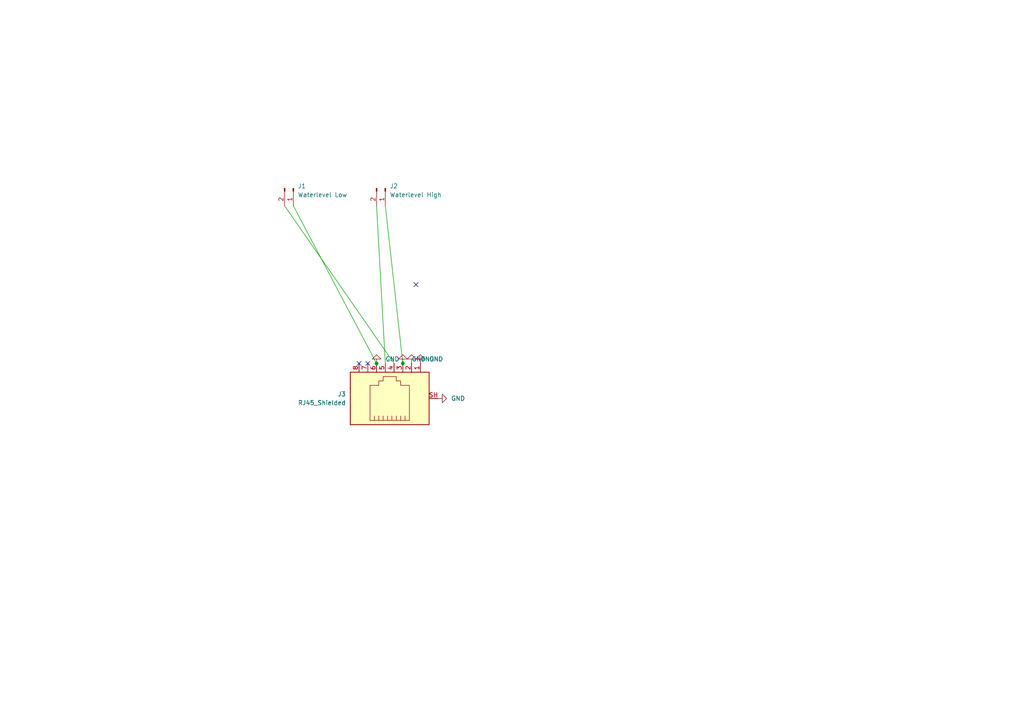
<source format=kicad_sch>
(kicad_sch (version 20211123) (generator eeschema)
  (paper "A4")
  (lib_symbols
    (symbol "Connector:Conn_01x02_Male" (pin_names (offset 1.016) hide)
      (property "Reference" "J" (at 0 2.54 0))
      (property "Value" "Conn_01x02_Male" (at 0 -5.08 0))
      (symbol "Conn_01x02_Male_1_1"
        (polyline (pts (xy 1.27 -2.54) (xy 0.8636 -2.54)) (stroke (width 0.1524)))
        (polyline (pts (xy 1.27 0) (xy 0.8636 0)) (stroke (width 0.1524)))
        (rectangle (start 0.8636 -2.413) (end 0 -2.667) (stroke (width 0.1524)) (fill (type outline)))
        (rectangle (start 0.8636 0.127) (end 0 -0.127) (stroke (width 0.1524)) (fill (type outline)))
        (pin passive line (at 5.08 0 180) (length 3.81) (name "Pin_1") (number "1"))
        (pin passive line (at 5.08 -2.54 180) (length 3.81) (name "Pin_2") (number "2"))
      )
    )
    (symbol "Connector:RJ45_Shielded" (pin_names (offset 1.016))
      (property "Reference" "J" (at -5.08 13.97 0))
      (property "Value" "RJ45_Shielded" (at 2.54 13.97 0))
      (symbol "RJ45_Shielded_0_1"
        (polyline (pts (xy -5.08 4.445) (xy -6.35 4.445)))
        (polyline (pts (xy -5.08 5.715) (xy -6.35 5.715)))
        (polyline (pts (xy -6.35 -3.175) (xy -5.08 -3.175) (xy -5.08 -3.175)))
        (polyline (pts (xy -6.35 -1.905) (xy -5.08 -1.905) (xy -5.08 -1.905)))
        (polyline (pts (xy -6.35 -0.635) (xy -5.08 -0.635) (xy -5.08 -0.635)))
        (polyline (pts (xy -6.35 0.635) (xy -5.08 0.635) (xy -5.08 0.635)))
        (polyline (pts (xy -6.35 1.905) (xy -5.08 1.905) (xy -5.08 1.905)))
        (polyline (pts (xy -5.08 3.175) (xy -6.35 3.175) (xy -6.35 3.175)))
        (polyline (pts (xy -6.35 -4.445) (xy -6.35 6.985) (xy 3.81 6.985) (xy 3.81 4.445) (xy 5.08 4.445) (xy 5.08 3.175) (xy 6.35 3.175) (xy 6.35 -0.635) (xy 5.08 -0.635) (xy 5.08 -1.905) (xy 3.81 -1.905) (xy 3.81 -4.445) (xy -6.35 -4.445) (xy -6.35 -4.445)))
        (rectangle (start 7.62 12.7) (end -7.62 -10.16) (stroke (width 0.254)) (fill (type background)))
      )
      (symbol "RJ45_Shielded_1_1"
        (pin passive line (at 10.16 -7.62 180) (length 2.54) (name "~") (number "1"))
        (pin passive line (at 10.16 -5.08 180) (length 2.54) (name "~") (number "2"))
        (pin passive line (at 10.16 -2.54 180) (length 2.54) (name "~") (number "3"))
        (pin passive line (at 10.16 0 180) (length 2.54) (name "~") (number "4"))
        (pin passive line (at 10.16 2.54 180) (length 2.54) (name "~") (number "5"))
        (pin passive line (at 10.16 5.08 180) (length 2.54) (name "~") (number "6"))
        (pin passive line (at 10.16 7.62 180) (length 2.54) (name "~") (number "7"))
        (pin passive line (at 10.16 10.16 180) (length 2.54) (name "~") (number "8"))
        (pin passive line (at 0 -12.7 90) (length 2.54) (name "~") (number "SH"))
      )
    )
    (symbol "power:GND" (power) (pin_names (offset 0))
      (property "Value" "GND" (at 0 -3.81 0))
      (symbol "GND_0_1"
        (polyline (pts (xy 0 0) (xy 0 -1.27) (xy 1.27 -1.27) (xy 0 -2.54) (xy -1.27 -1.27) (xy 0 -1.27)))
      )
      (symbol "GND_1_1"
        (pin power_in line (at 0 0 270) (length 0) hide (name "GND") (number "1"))
      )
    )
  )
  (junction (at 116.84 105.41))
  (junction (at 109.22 105.41))
  (no_connect (at 120.65 82.55))
  (no_connect (at 104.14 105.41))
  (no_connect (at 106.68 105.41))
  (wire (pts (xy 85.09 59.69) (xy 109.22 105.41)))
  (wire (pts (xy 111.76 59.69) (xy 116.84 105.41)))
  (wire (pts (xy 109.22 59.69) (xy 111.76 105.41)))
  (wire (pts (xy 82.55 59.69) (xy 114.3 105.41)))
  (symbol (lib_id "Connector:Conn_01x02_Male") (at 85.09 54.61 270) (unit 1)
    (property "Reference" "J1" (at 86.36 53.9749 90) (effects (justify left)))
    (property "Value" "Waterlevel Low" (at 86.36 56.5149 90) (effects (justify left)))
    (property "Footprint" "TerminalBlock:TerminalBlock_bornier-2_P5.08mm" (effects hide))
  )
  (symbol (lib_id "power:GND") (at 109.22 105.41 180) (unit 1)
    (property "Reference" "#PWR0105" (effects hide))
    (property "Value" "GND" (at 111.76 104.1399 0) (effects (justify right)))
  )
  (symbol (lib_id "Connector:Conn_01x02_Male") (at 111.76 54.61 270) (unit 1)
    (property "Reference" "J2" (at 113.03 53.9749 90) (effects (justify left)))
    (property "Value" "Waterlevel High" (at 113.03 56.5149 90) (effects (justify left)))
    (property "Footprint" "TerminalBlock:TerminalBlock_bornier-2_P5.08mm" (effects hide))
  )
  (symbol (lib_id "power:GND") (at 121.92 105.41 180) (unit 1)
    (property "Reference" "#PWR0102" (effects hide))
    (property "Value" "GND" (at 124.46 104.1399 0) (effects (justify right)))
  )
  (symbol (lib_id "power:GND") (at 119.38 105.41 180) (unit 1)
    (property "Reference" "#PWR0101" (effects hide))
    (property "Value" "GND" (at 121.92 104.1399 0) (effects (justify right)))
  )
  (symbol (lib_id "power:GND") (at 127 115.57 90) (unit 1)
    (property "Reference" "#PWR0103" (effects hide))
    (property "Value" "GND" (at 130.81 115.5699 90) (effects (justify right)))
  )
  (symbol (lib_id "power:GND") (at 116.84 105.41 180) (unit 1)
    (property "Reference" "#PWR0104" (effects hide))
    (property "Value" "GND" (at 119.38 104.1399 0) (effects (justify right)))
  )
  (symbol (lib_id "Connector:RJ45_Shielded") (at 114.3 115.57 90) (unit 1)
    (property "Reference" "J3" (at 100.33 114.2999 90) (effects (justify left)))
    (property "Value" "RJ45_Shielded" (at 100.33 116.8399 90) (effects (justify left)))
    (property "Footprint" "Connector_RJ:RJ45_Ninigi_GE" (effects hide))
  )
)
</source>
